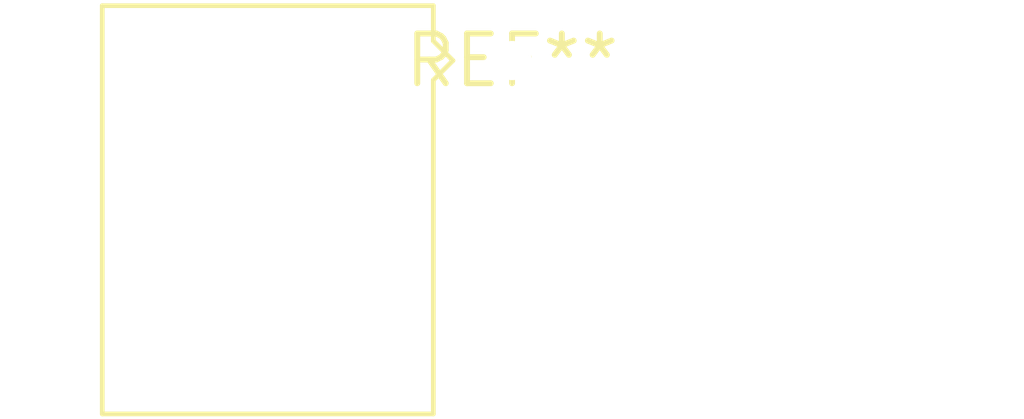
<source format=kicad_pcb>
(kicad_pcb (version 20240108) (generator pcbnew)
  (layers (0 "F.Cu" signal) (31 "B.Cu" signal) (34 "B.Paste" user) (35 "F.Paste" user) (36 "B.SilkS" user "B.Silkscreen") (37 "F.SilkS" user "F.Silkscreen") (38 "B.Mask" user) (39 "F.Mask" user) (44 "Edge.Cuts" user))
  (net 0 "")
  (footprint "PowerIntegrations_eSIP-7F" (layer "F.Cu") (at 0 0)
    (property "Reference" "REF**")
    (property "Value" "PowerIntegrations_eSIP-7F")
    (fp_line (start -10.46 -1.4) (end -2.01 -1.4) (layer "F.SilkS") (stroke (width 0.12)))
    (fp_line (start -10.46 9.02) (end -10.46 -1.4) (layer "F.SilkS") (stroke (width 0.12)))
    (fp_line (start -2.01 -0.5) (end -2.01 -1.4) (layer "F.SilkS") (stroke (width 0.12)))
    (fp_line (start -2.01 0.5) (end -2.01 9.02) (layer "F.SilkS") (stroke (width 0.12)))
    (fp_line (start -2.01 0.5) (end -1.51 0) (layer "F.SilkS") (stroke (width 0.12)))
    (fp_line (start -2.01 9.02) (end -10.46 9.02) (layer "F.SilkS") (stroke (width 0.12)))
    (fp_line (start -1.51 0) (end -2.01 -0.5) (layer "F.SilkS") (stroke (width 0.12)))
    (pad "1" thru_hole rect (at 0 0) (size 1.5 1.5) (drill 1) (layers *.Cu *.Mask) (remove_unused_layers))
    (pad "2" thru_hole oval (at 2.14 1.27) (size 2 1.5) (drill 1) (layers *.Cu *.Mask) (remove_unused_layers))
    (pad "3" thru_hole oval (at 0 2.54) (size 2 1.5) (drill 1) (layers *.Cu *.Mask) (remove_unused_layers))
    (pad "4" thru_hole oval (at 2.14 3.81) (size 2 1.5) (drill 1) (layers *.Cu *.Mask) (remove_unused_layers))
    (pad "5" thru_hole oval (at 0 5.08) (size 2 1.5) (drill 1) (layers *.Cu *.Mask) (remove_unused_layers))
    (pad "7" thru_hole oval (at 2.14 7.62) (size 2 1.5) (drill 1) (layers *.Cu *.Mask) (remove_unused_layers))
  )
)
</source>
